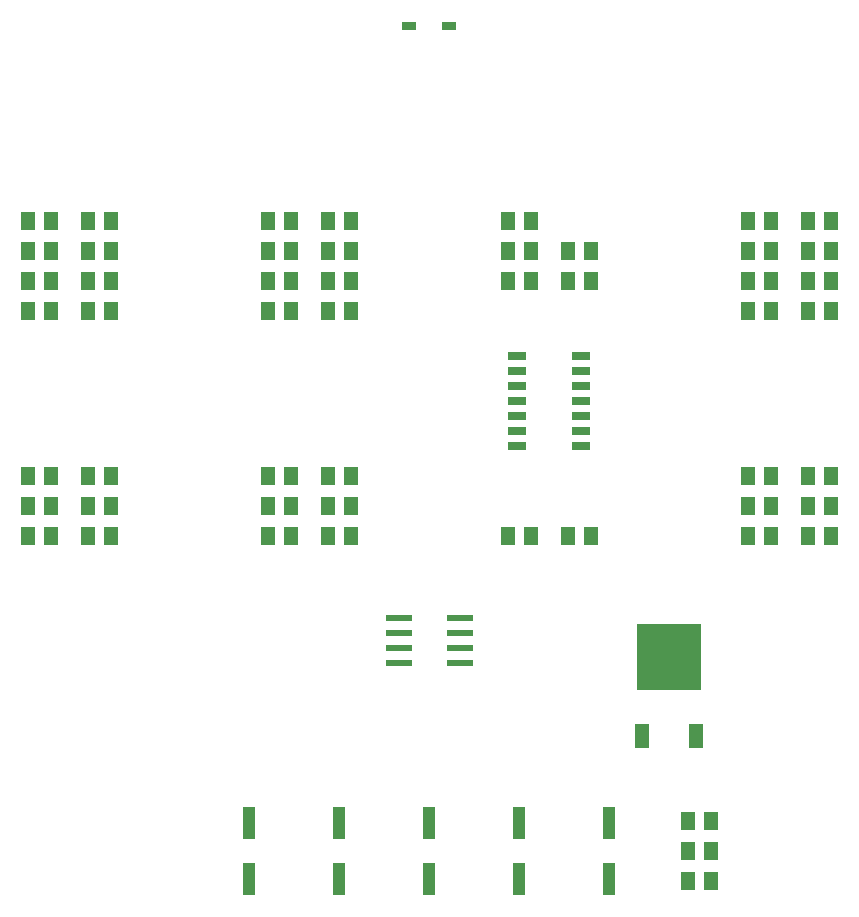
<source format=gbr>
G04 EAGLE Gerber RS-274X export*
G75*
%MOMM*%
%FSLAX34Y34*%
%LPD*%
%INSolderpaste Top*%
%IPPOS*%
%AMOC8*
5,1,8,0,0,1.08239X$1,22.5*%
G01*
%ADD10R,1.000000X2.800000*%
%ADD11R,1.300000X1.500000*%
%ADD12R,1.200000X0.750000*%
%ADD13R,1.300000X2.150000*%
%ADD14R,5.500000X5.700000*%
%ADD15R,2.200000X0.600000*%
%ADD16R,1.525000X0.650000*%


D10*
X355600Y27300D03*
X355600Y74300D03*
X660400Y27300D03*
X660400Y74300D03*
X431800Y27300D03*
X431800Y74300D03*
D11*
X168300Y558800D03*
X187300Y558800D03*
X574700Y584200D03*
X593700Y584200D03*
X796900Y584200D03*
X777900Y584200D03*
X219100Y558800D03*
X238100Y558800D03*
X422300Y342900D03*
X441300Y342900D03*
X574700Y558800D03*
X593700Y558800D03*
X574700Y533400D03*
X593700Y533400D03*
X390500Y584200D03*
X371500Y584200D03*
X777900Y317500D03*
X796900Y317500D03*
D10*
X508000Y27300D03*
X508000Y74300D03*
D11*
X777900Y342900D03*
X796900Y342900D03*
X371500Y558800D03*
X390500Y558800D03*
X187300Y533400D03*
X168300Y533400D03*
X644500Y558800D03*
X625500Y558800D03*
X828700Y317500D03*
X847700Y317500D03*
X847700Y368300D03*
X828700Y368300D03*
X422300Y558800D03*
X441300Y558800D03*
X168300Y508000D03*
X187300Y508000D03*
D10*
X584200Y27300D03*
X584200Y74300D03*
D12*
X491000Y749300D03*
X525000Y749300D03*
D13*
X688350Y148000D03*
D14*
X711200Y214650D03*
D13*
X734050Y148000D03*
D15*
X482000Y234950D03*
X534000Y234950D03*
X482000Y247650D03*
X482000Y222250D03*
X482000Y209550D03*
X534000Y247650D03*
X534000Y222250D03*
X534000Y209550D03*
D16*
X582480Y469900D03*
X582480Y457200D03*
X582480Y444500D03*
X582480Y431800D03*
X582480Y419100D03*
X582480Y406400D03*
X582480Y393700D03*
X636720Y393700D03*
X636720Y406400D03*
X636720Y419100D03*
X636720Y431800D03*
X636720Y444500D03*
X636720Y457200D03*
X636720Y469900D03*
D11*
X727100Y50800D03*
X746100Y50800D03*
X847700Y558800D03*
X828700Y558800D03*
X219100Y317500D03*
X238100Y317500D03*
X168300Y368300D03*
X187300Y368300D03*
X168300Y342900D03*
X187300Y342900D03*
X828700Y508000D03*
X847700Y508000D03*
X796900Y508000D03*
X777900Y508000D03*
X371500Y533400D03*
X390500Y533400D03*
X219100Y342900D03*
X238100Y342900D03*
X219100Y533400D03*
X238100Y533400D03*
X746100Y76200D03*
X727100Y76200D03*
X187300Y317500D03*
X168300Y317500D03*
X187300Y584200D03*
X168300Y584200D03*
X219100Y584200D03*
X238100Y584200D03*
X796900Y558800D03*
X777900Y558800D03*
X441300Y584200D03*
X422300Y584200D03*
X847700Y584200D03*
X828700Y584200D03*
X777900Y533400D03*
X796900Y533400D03*
X422300Y368300D03*
X441300Y368300D03*
X371500Y342900D03*
X390500Y342900D03*
X441300Y317500D03*
X422300Y317500D03*
X593700Y317500D03*
X574700Y317500D03*
X644500Y317500D03*
X625500Y317500D03*
X371500Y368300D03*
X390500Y368300D03*
X219100Y508000D03*
X238100Y508000D03*
X644500Y533400D03*
X625500Y533400D03*
X847700Y533400D03*
X828700Y533400D03*
X441300Y533400D03*
X422300Y533400D03*
X746100Y25400D03*
X727100Y25400D03*
X847700Y342900D03*
X828700Y342900D03*
X777900Y368300D03*
X796900Y368300D03*
X422300Y508000D03*
X441300Y508000D03*
X238100Y368300D03*
X219100Y368300D03*
X390500Y317500D03*
X371500Y317500D03*
X371500Y508000D03*
X390500Y508000D03*
M02*

</source>
